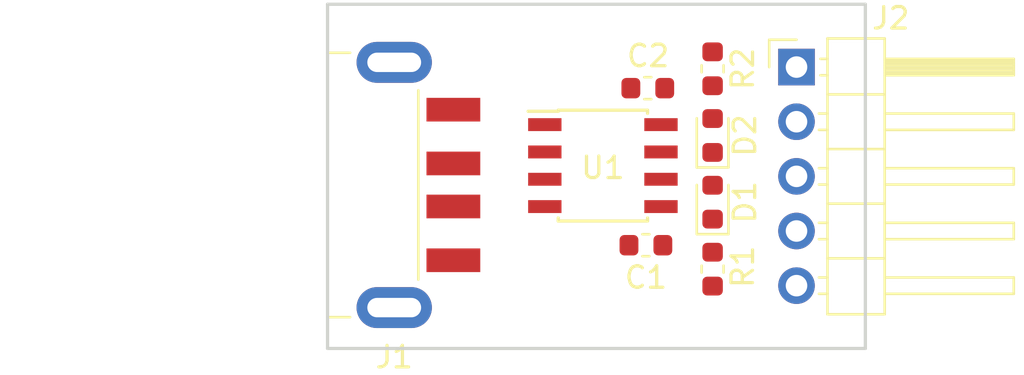
<source format=kicad_pcb>
(kicad_pcb (version 20171130) (host pcbnew 5.0.2+dfsg1-1)

  (general
    (thickness 1.6)
    (drawings 8)
    (tracks 0)
    (zones 0)
    (modules 9)
    (nets 11)
  )

  (page A4)
  (layers
    (0 F.Cu signal)
    (31 B.Cu signal)
    (32 B.Adhes user)
    (33 F.Adhes user)
    (34 B.Paste user)
    (35 F.Paste user)
    (36 B.SilkS user)
    (37 F.SilkS user)
    (38 B.Mask user)
    (39 F.Mask user)
    (40 Dwgs.User user)
    (41 Cmts.User user)
    (42 Eco1.User user)
    (43 Eco2.User user)
    (44 Edge.Cuts user)
    (45 Margin user)
    (46 B.CrtYd user)
    (47 F.CrtYd user)
    (48 B.Fab user hide)
    (49 F.Fab user hide)
  )

  (setup
    (last_trace_width 0.25)
    (trace_clearance 0.2)
    (zone_clearance 0.508)
    (zone_45_only no)
    (trace_min 0.2)
    (segment_width 0.2)
    (edge_width 0.15)
    (via_size 0.7)
    (via_drill 0.4)
    (via_min_size 0.4)
    (via_min_drill 0.3)
    (uvia_size 0.3)
    (uvia_drill 0.1)
    (uvias_allowed no)
    (uvia_min_size 0.2)
    (uvia_min_drill 0.1)
    (pcb_text_width 0.3)
    (pcb_text_size 1.5 1.5)
    (mod_edge_width 0.15)
    (mod_text_size 1 1)
    (mod_text_width 0.15)
    (pad_size 1.524 1.524)
    (pad_drill 0.762)
    (pad_to_mask_clearance 0.051)
    (solder_mask_min_width 0.25)
    (aux_axis_origin 0 0)
    (grid_origin 100 100)
    (visible_elements FFFFFF7F)
    (pcbplotparams
      (layerselection 0x010fc_ffffffff)
      (usegerberextensions false)
      (usegerberattributes false)
      (usegerberadvancedattributes false)
      (creategerberjobfile false)
      (excludeedgelayer true)
      (linewidth 0.100000)
      (plotframeref false)
      (viasonmask false)
      (mode 1)
      (useauxorigin false)
      (hpglpennumber 1)
      (hpglpenspeed 20)
      (hpglpendiameter 15.000000)
      (psnegative false)
      (psa4output false)
      (plotreference true)
      (plotvalue true)
      (plotinvisibletext false)
      (padsonsilk false)
      (subtractmaskfromsilk false)
      (outputformat 1)
      (mirror false)
      (drillshape 1)
      (scaleselection 1)
      (outputdirectory ""))
  )

  (net 0 "")
  (net 1 +5V)
  (net 2 "Net-(D1-Pad2)")
  (net 3 "Net-(D2-Pad2)")
  (net 4 /D+)
  (net 5 /D-)
  (net 6 GND)
  (net 7 /RTS)
  (net 8 /TXD)
  (net 9 /RXD)
  (net 10 "Net-(C2-Pad1)")

  (net_class Default "This is the default net class."
    (clearance 0.2)
    (trace_width 0.25)
    (via_dia 0.7)
    (via_drill 0.4)
    (uvia_dia 0.3)
    (uvia_drill 0.1)
    (diff_pair_gap 0.15)
    (diff_pair_width 0.28)
    (add_net +5V)
    (add_net /D+)
    (add_net /D-)
    (add_net /RTS)
    (add_net /RXD)
    (add_net /TXD)
    (add_net GND)
    (add_net "Net-(C2-Pad1)")
    (add_net "Net-(D1-Pad2)")
    (add_net "Net-(D2-Pad2)")
  )

  (module Capacitor_SMD:C_0603_1608Metric (layer F.Cu) (tedit 5B301BBE) (tstamp 5FEBDB19)
    (at 114.8875 87.9)
    (descr "Capacitor SMD 0603 (1608 Metric), square (rectangular) end terminal, IPC_7351 nominal, (Body size source: http://www.tortai-tech.com/upload/download/2011102023233369053.pdf), generated with kicad-footprint-generator")
    (tags capacitor)
    (path /5FDEC351)
    (attr smd)
    (fp_text reference C2 (at 0.0125 -1.5) (layer F.SilkS)
      (effects (font (size 1 1) (thickness 0.15)))
    )
    (fp_text value 104 (at 0 1.43) (layer F.Fab)
      (effects (font (size 1 1) (thickness 0.15)))
    )
    (fp_text user %R (at 0 0) (layer F.Fab)
      (effects (font (size 0.4 0.4) (thickness 0.06)))
    )
    (fp_line (start 1.48 0.73) (end -1.48 0.73) (layer F.CrtYd) (width 0.05))
    (fp_line (start 1.48 -0.73) (end 1.48 0.73) (layer F.CrtYd) (width 0.05))
    (fp_line (start -1.48 -0.73) (end 1.48 -0.73) (layer F.CrtYd) (width 0.05))
    (fp_line (start -1.48 0.73) (end -1.48 -0.73) (layer F.CrtYd) (width 0.05))
    (fp_line (start -0.162779 0.51) (end 0.162779 0.51) (layer F.SilkS) (width 0.12))
    (fp_line (start -0.162779 -0.51) (end 0.162779 -0.51) (layer F.SilkS) (width 0.12))
    (fp_line (start 0.8 0.4) (end -0.8 0.4) (layer F.Fab) (width 0.1))
    (fp_line (start 0.8 -0.4) (end 0.8 0.4) (layer F.Fab) (width 0.1))
    (fp_line (start -0.8 -0.4) (end 0.8 -0.4) (layer F.Fab) (width 0.1))
    (fp_line (start -0.8 0.4) (end -0.8 -0.4) (layer F.Fab) (width 0.1))
    (pad 2 smd roundrect (at 0.7875 0) (size 0.875 0.95) (layers F.Cu F.Paste F.Mask) (roundrect_rratio 0.25)
      (net 6 GND))
    (pad 1 smd roundrect (at -0.7875 0) (size 0.875 0.95) (layers F.Cu F.Paste F.Mask) (roundrect_rratio 0.25)
      (net 10 "Net-(C2-Pad1)"))
    (model ${KISYS3DMOD}/Capacitor_SMD.3dshapes/C_0603_1608Metric.wrl
      (at (xyz 0 0 0))
      (scale (xyz 1 1 1))
      (rotate (xyz 0 0 0))
    )
  )

  (module Capacitor_SMD:C_0603_1608Metric (layer F.Cu) (tedit 5B301BBE) (tstamp 5FEBDB08)
    (at 114.8 95.2)
    (descr "Capacitor SMD 0603 (1608 Metric), square (rectangular) end terminal, IPC_7351 nominal, (Body size source: http://www.tortai-tech.com/upload/download/2011102023233369053.pdf), generated with kicad-footprint-generator")
    (tags capacitor)
    (path /5FDEB32E)
    (attr smd)
    (fp_text reference C1 (at 0 1.5) (layer F.SilkS)
      (effects (font (size 1 1) (thickness 0.15)))
    )
    (fp_text value 104 (at 0 1.43) (layer F.Fab)
      (effects (font (size 1 1) (thickness 0.15)))
    )
    (fp_line (start -0.8 0.4) (end -0.8 -0.4) (layer F.Fab) (width 0.1))
    (fp_line (start -0.8 -0.4) (end 0.8 -0.4) (layer F.Fab) (width 0.1))
    (fp_line (start 0.8 -0.4) (end 0.8 0.4) (layer F.Fab) (width 0.1))
    (fp_line (start 0.8 0.4) (end -0.8 0.4) (layer F.Fab) (width 0.1))
    (fp_line (start -0.162779 -0.51) (end 0.162779 -0.51) (layer F.SilkS) (width 0.12))
    (fp_line (start -0.162779 0.51) (end 0.162779 0.51) (layer F.SilkS) (width 0.12))
    (fp_line (start -1.48 0.73) (end -1.48 -0.73) (layer F.CrtYd) (width 0.05))
    (fp_line (start -1.48 -0.73) (end 1.48 -0.73) (layer F.CrtYd) (width 0.05))
    (fp_line (start 1.48 -0.73) (end 1.48 0.73) (layer F.CrtYd) (width 0.05))
    (fp_line (start 1.48 0.73) (end -1.48 0.73) (layer F.CrtYd) (width 0.05))
    (fp_text user %R (at 0 0) (layer F.Fab)
      (effects (font (size 0.4 0.4) (thickness 0.06)))
    )
    (pad 1 smd roundrect (at -0.7875 0) (size 0.875 0.95) (layers F.Cu F.Paste F.Mask) (roundrect_rratio 0.25)
      (net 1 +5V))
    (pad 2 smd roundrect (at 0.7875 0) (size 0.875 0.95) (layers F.Cu F.Paste F.Mask) (roundrect_rratio 0.25)
      (net 6 GND))
    (model ${KISYS3DMOD}/Capacitor_SMD.3dshapes/C_0603_1608Metric.wrl
      (at (xyz 0 0 0))
      (scale (xyz 1 1 1))
      (rotate (xyz 0 0 0))
    )
  )

  (module Connector_PinHeader_2.54mm:PinHeader_1x05_P2.54mm_Horizontal (layer F.Cu) (tedit 59FED5CB) (tstamp 5FE1FEA6)
    (at 121.8 86.92)
    (descr "Through hole angled pin header, 1x05, 2.54mm pitch, 6mm pin length, single row")
    (tags "Through hole angled pin header THT 1x05 2.54mm single row")
    (path /5FDFF779)
    (fp_text reference J2 (at 4.385 -2.27) (layer F.SilkS)
      (effects (font (size 1 1) (thickness 0.15)))
    )
    (fp_text value Conn_01x05 (at 4.385 12.43) (layer F.Fab)
      (effects (font (size 1 1) (thickness 0.15)))
    )
    (fp_line (start 2.135 -1.27) (end 4.04 -1.27) (layer F.Fab) (width 0.1))
    (fp_line (start 4.04 -1.27) (end 4.04 11.43) (layer F.Fab) (width 0.1))
    (fp_line (start 4.04 11.43) (end 1.5 11.43) (layer F.Fab) (width 0.1))
    (fp_line (start 1.5 11.43) (end 1.5 -0.635) (layer F.Fab) (width 0.1))
    (fp_line (start 1.5 -0.635) (end 2.135 -1.27) (layer F.Fab) (width 0.1))
    (fp_line (start -0.32 -0.32) (end 1.5 -0.32) (layer F.Fab) (width 0.1))
    (fp_line (start -0.32 -0.32) (end -0.32 0.32) (layer F.Fab) (width 0.1))
    (fp_line (start -0.32 0.32) (end 1.5 0.32) (layer F.Fab) (width 0.1))
    (fp_line (start 4.04 -0.32) (end 10.04 -0.32) (layer F.Fab) (width 0.1))
    (fp_line (start 10.04 -0.32) (end 10.04 0.32) (layer F.Fab) (width 0.1))
    (fp_line (start 4.04 0.32) (end 10.04 0.32) (layer F.Fab) (width 0.1))
    (fp_line (start -0.32 2.22) (end 1.5 2.22) (layer F.Fab) (width 0.1))
    (fp_line (start -0.32 2.22) (end -0.32 2.86) (layer F.Fab) (width 0.1))
    (fp_line (start -0.32 2.86) (end 1.5 2.86) (layer F.Fab) (width 0.1))
    (fp_line (start 4.04 2.22) (end 10.04 2.22) (layer F.Fab) (width 0.1))
    (fp_line (start 10.04 2.22) (end 10.04 2.86) (layer F.Fab) (width 0.1))
    (fp_line (start 4.04 2.86) (end 10.04 2.86) (layer F.Fab) (width 0.1))
    (fp_line (start -0.32 4.76) (end 1.5 4.76) (layer F.Fab) (width 0.1))
    (fp_line (start -0.32 4.76) (end -0.32 5.4) (layer F.Fab) (width 0.1))
    (fp_line (start -0.32 5.4) (end 1.5 5.4) (layer F.Fab) (width 0.1))
    (fp_line (start 4.04 4.76) (end 10.04 4.76) (layer F.Fab) (width 0.1))
    (fp_line (start 10.04 4.76) (end 10.04 5.4) (layer F.Fab) (width 0.1))
    (fp_line (start 4.04 5.4) (end 10.04 5.4) (layer F.Fab) (width 0.1))
    (fp_line (start -0.32 7.3) (end 1.5 7.3) (layer F.Fab) (width 0.1))
    (fp_line (start -0.32 7.3) (end -0.32 7.94) (layer F.Fab) (width 0.1))
    (fp_line (start -0.32 7.94) (end 1.5 7.94) (layer F.Fab) (width 0.1))
    (fp_line (start 4.04 7.3) (end 10.04 7.3) (layer F.Fab) (width 0.1))
    (fp_line (start 10.04 7.3) (end 10.04 7.94) (layer F.Fab) (width 0.1))
    (fp_line (start 4.04 7.94) (end 10.04 7.94) (layer F.Fab) (width 0.1))
    (fp_line (start -0.32 9.84) (end 1.5 9.84) (layer F.Fab) (width 0.1))
    (fp_line (start -0.32 9.84) (end -0.32 10.48) (layer F.Fab) (width 0.1))
    (fp_line (start -0.32 10.48) (end 1.5 10.48) (layer F.Fab) (width 0.1))
    (fp_line (start 4.04 9.84) (end 10.04 9.84) (layer F.Fab) (width 0.1))
    (fp_line (start 10.04 9.84) (end 10.04 10.48) (layer F.Fab) (width 0.1))
    (fp_line (start 4.04 10.48) (end 10.04 10.48) (layer F.Fab) (width 0.1))
    (fp_line (start 1.44 -1.33) (end 1.44 11.49) (layer F.SilkS) (width 0.12))
    (fp_line (start 1.44 11.49) (end 4.1 11.49) (layer F.SilkS) (width 0.12))
    (fp_line (start 4.1 11.49) (end 4.1 -1.33) (layer F.SilkS) (width 0.12))
    (fp_line (start 4.1 -1.33) (end 1.44 -1.33) (layer F.SilkS) (width 0.12))
    (fp_line (start 4.1 -0.38) (end 10.1 -0.38) (layer F.SilkS) (width 0.12))
    (fp_line (start 10.1 -0.38) (end 10.1 0.38) (layer F.SilkS) (width 0.12))
    (fp_line (start 10.1 0.38) (end 4.1 0.38) (layer F.SilkS) (width 0.12))
    (fp_line (start 4.1 -0.32) (end 10.1 -0.32) (layer F.SilkS) (width 0.12))
    (fp_line (start 4.1 -0.2) (end 10.1 -0.2) (layer F.SilkS) (width 0.12))
    (fp_line (start 4.1 -0.08) (end 10.1 -0.08) (layer F.SilkS) (width 0.12))
    (fp_line (start 4.1 0.04) (end 10.1 0.04) (layer F.SilkS) (width 0.12))
    (fp_line (start 4.1 0.16) (end 10.1 0.16) (layer F.SilkS) (width 0.12))
    (fp_line (start 4.1 0.28) (end 10.1 0.28) (layer F.SilkS) (width 0.12))
    (fp_line (start 1.11 -0.38) (end 1.44 -0.38) (layer F.SilkS) (width 0.12))
    (fp_line (start 1.11 0.38) (end 1.44 0.38) (layer F.SilkS) (width 0.12))
    (fp_line (start 1.44 1.27) (end 4.1 1.27) (layer F.SilkS) (width 0.12))
    (fp_line (start 4.1 2.16) (end 10.1 2.16) (layer F.SilkS) (width 0.12))
    (fp_line (start 10.1 2.16) (end 10.1 2.92) (layer F.SilkS) (width 0.12))
    (fp_line (start 10.1 2.92) (end 4.1 2.92) (layer F.SilkS) (width 0.12))
    (fp_line (start 1.042929 2.16) (end 1.44 2.16) (layer F.SilkS) (width 0.12))
    (fp_line (start 1.042929 2.92) (end 1.44 2.92) (layer F.SilkS) (width 0.12))
    (fp_line (start 1.44 3.81) (end 4.1 3.81) (layer F.SilkS) (width 0.12))
    (fp_line (start 4.1 4.7) (end 10.1 4.7) (layer F.SilkS) (width 0.12))
    (fp_line (start 10.1 4.7) (end 10.1 5.46) (layer F.SilkS) (width 0.12))
    (fp_line (start 10.1 5.46) (end 4.1 5.46) (layer F.SilkS) (width 0.12))
    (fp_line (start 1.042929 4.7) (end 1.44 4.7) (layer F.SilkS) (width 0.12))
    (fp_line (start 1.042929 5.46) (end 1.44 5.46) (layer F.SilkS) (width 0.12))
    (fp_line (start 1.44 6.35) (end 4.1 6.35) (layer F.SilkS) (width 0.12))
    (fp_line (start 4.1 7.24) (end 10.1 7.24) (layer F.SilkS) (width 0.12))
    (fp_line (start 10.1 7.24) (end 10.1 8) (layer F.SilkS) (width 0.12))
    (fp_line (start 10.1 8) (end 4.1 8) (layer F.SilkS) (width 0.12))
    (fp_line (start 1.042929 7.24) (end 1.44 7.24) (layer F.SilkS) (width 0.12))
    (fp_line (start 1.042929 8) (end 1.44 8) (layer F.SilkS) (width 0.12))
    (fp_line (start 1.44 8.89) (end 4.1 8.89) (layer F.SilkS) (width 0.12))
    (fp_line (start 4.1 9.78) (end 10.1 9.78) (layer F.SilkS) (width 0.12))
    (fp_line (start 10.1 9.78) (end 10.1 10.54) (layer F.SilkS) (width 0.12))
    (fp_line (start 10.1 10.54) (end 4.1 10.54) (layer F.SilkS) (width 0.12))
    (fp_line (start 1.042929 9.78) (end 1.44 9.78) (layer F.SilkS) (width 0.12))
    (fp_line (start 1.042929 10.54) (end 1.44 10.54) (layer F.SilkS) (width 0.12))
    (fp_line (start -1.27 0) (end -1.27 -1.27) (layer F.SilkS) (width 0.12))
    (fp_line (start -1.27 -1.27) (end 0 -1.27) (layer F.SilkS) (width 0.12))
    (fp_line (start -1.8 -1.8) (end -1.8 11.95) (layer F.CrtYd) (width 0.05))
    (fp_line (start -1.8 11.95) (end 10.55 11.95) (layer F.CrtYd) (width 0.05))
    (fp_line (start 10.55 11.95) (end 10.55 -1.8) (layer F.CrtYd) (width 0.05))
    (fp_line (start 10.55 -1.8) (end -1.8 -1.8) (layer F.CrtYd) (width 0.05))
    (fp_text user %R (at 2.77 5.08 90) (layer F.Fab)
      (effects (font (size 1 1) (thickness 0.15)))
    )
    (pad 1 thru_hole rect (at 0 0) (size 1.7 1.7) (drill 1) (layers *.Cu *.Mask)
      (net 1 +5V))
    (pad 2 thru_hole oval (at 0 2.54) (size 1.7 1.7) (drill 1) (layers *.Cu *.Mask)
      (net 8 /TXD))
    (pad 3 thru_hole oval (at 0 5.08) (size 1.7 1.7) (drill 1) (layers *.Cu *.Mask)
      (net 9 /RXD))
    (pad 4 thru_hole oval (at 0 7.62) (size 1.7 1.7) (drill 1) (layers *.Cu *.Mask)
      (net 6 GND))
    (pad 5 thru_hole oval (at 0 10.16) (size 1.7 1.7) (drill 1) (layers *.Cu *.Mask)
      (net 7 /RTS))
    (model ${KISYS3DMOD}/Connector_PinHeader_2.54mm.3dshapes/PinHeader_1x05_P2.54mm_Horizontal.wrl
      (at (xyz 0 0 0))
      (scale (xyz 1 1 1))
      (rotate (xyz 0 0 0))
    )
  )

  (module Connector_USB:USB_A_CNCTech_1001-011-01101_Horizontal (layer F.Cu) (tedit 5AFEF547) (tstamp 5FEBDA9D)
    (at 96.2 92.4 180)
    (descr http://cnctech.us/pdfs/1001-011-01101.pdf)
    (tags USB-A)
    (path /5FDEB278)
    (attr smd)
    (fp_text reference J1 (at -6.9 -8 180) (layer F.SilkS)
      (effects (font (size 1 1) (thickness 0.15)))
    )
    (fp_text value USB_A (at 0 8) (layer F.Fab)
      (effects (font (size 1 1) (thickness 0.15)))
    )
    (fp_line (start -7.9 6.025) (end -7.9 -6.025) (layer F.Fab) (width 0.1))
    (fp_line (start -7.9 -6.025) (end 10.9 -6.025) (layer F.Fab) (width 0.1))
    (fp_line (start -7.9 6.025) (end 10.9 6.025) (layer F.Fab) (width 0.1))
    (fp_line (start 10.9 6.025) (end 10.9 -6.025) (layer F.Fab) (width 0.1))
    (fp_line (start -10.4 3.75) (end -10.4 3.25) (layer F.Fab) (width 0.1))
    (fp_line (start -10.4 3.25) (end -7.9 3.25) (layer F.Fab) (width 0.1))
    (fp_line (start -10.4 3.75) (end -7.9 3.75) (layer F.Fab) (width 0.1))
    (fp_line (start -10.4 0.75) (end -7.9 0.75) (layer F.Fab) (width 0.1))
    (fp_line (start -10.4 1.25) (end -10.4 0.75) (layer F.Fab) (width 0.1))
    (fp_line (start -10.4 1.25) (end -7.9 1.25) (layer F.Fab) (width 0.1))
    (fp_line (start -10.4 -0.75) (end -10.4 -1.25) (layer F.Fab) (width 0.1))
    (fp_line (start -10.4 -0.75) (end -7.9 -0.75) (layer F.Fab) (width 0.1))
    (fp_line (start -10.4 -1.25) (end -7.9 -1.25) (layer F.Fab) (width 0.1))
    (fp_line (start -10.4 -3.75) (end -7.9 -3.75) (layer F.Fab) (width 0.1))
    (fp_line (start -10.4 -3.25) (end -10.4 -3.75) (layer F.Fab) (width 0.1))
    (fp_line (start -10.4 -3.25) (end -7.9 -3.25) (layer F.Fab) (width 0.1))
    (fp_circle (center -6.9 -2.3) (end -6.9 -2.8) (layer F.Fab) (width 0.1))
    (fp_circle (center -6.9 2.3) (end -6.9 2.8) (layer F.Fab) (width 0.1))
    (fp_line (start -8.02 -4.4) (end -8.02 4.4) (layer F.SilkS) (width 0.12))
    (fp_line (start -3.8 6.025) (end -3.8 -6.025) (layer Dwgs.User) (width 0.1))
    (fp_text user "PCB Edge" (at -4.55 -0.05 270) (layer Dwgs.User)
      (effects (font (size 0.6 0.6) (thickness 0.09)))
    )
    (fp_line (start -4.85 -6.145) (end -3.8 -6.145) (layer F.SilkS) (width 0.12))
    (fp_line (start -4.85 6.145) (end -3.8 6.145) (layer F.SilkS) (width 0.12))
    (fp_line (start -11.4 4.55) (end -11.4 -4.55) (layer F.CrtYd) (width 0.05))
    (fp_line (start -11.4 -4.55) (end -9.15 -4.55) (layer F.CrtYd) (width 0.05))
    (fp_line (start -9.15 -7.15) (end -9.15 -4.55) (layer F.CrtYd) (width 0.05))
    (fp_line (start -9.15 -7.15) (end -4.65 -7.15) (layer F.CrtYd) (width 0.05))
    (fp_line (start -4.65 -6.52) (end -4.65 -7.15) (layer F.CrtYd) (width 0.05))
    (fp_line (start -4.65 -6.52) (end 11.4 -6.52) (layer F.CrtYd) (width 0.05))
    (fp_line (start 11.4 6.52) (end 11.4 -6.52) (layer F.CrtYd) (width 0.05))
    (fp_text user %R (at -6 0 270) (layer F.Fab)
      (effects (font (size 1 1) (thickness 0.15)))
    )
    (fp_line (start -4.65 6.52) (end 11.4 6.52) (layer F.CrtYd) (width 0.05))
    (fp_line (start -4.65 7.15) (end -4.65 6.52) (layer F.CrtYd) (width 0.05))
    (fp_line (start -9.15 7.15) (end -4.65 7.15) (layer F.CrtYd) (width 0.05))
    (fp_line (start -9.15 4.55) (end -9.15 7.15) (layer F.CrtYd) (width 0.05))
    (fp_line (start -11.4 4.55) (end -9.15 4.55) (layer F.CrtYd) (width 0.05))
    (pad 2 smd rect (at -9.65 -1 180) (size 2.5 1.1) (layers F.Cu F.Paste F.Mask)
      (net 5 /D-))
    (pad 3 smd rect (at -9.65 1 180) (size 2.5 1.1) (layers F.Cu F.Paste F.Mask)
      (net 4 /D+))
    (pad 1 smd rect (at -9.65 -3.5 180) (size 2.5 1.1) (layers F.Cu F.Paste F.Mask)
      (net 1 +5V))
    (pad 4 smd rect (at -9.65 3.5 180) (size 2.5 1.1) (layers F.Cu F.Paste F.Mask)
      (net 6 GND))
    (pad 5 thru_hole oval (at -6.9 -5.7 180) (size 3.5 1.9) (drill oval 2.5 0.9) (layers *.Cu *.Mask)
      (net 6 GND))
    (pad 5 thru_hole oval (at -6.9 5.7 180) (size 3.5 1.9) (drill oval 2.5 0.9) (layers *.Cu *.Mask)
      (net 6 GND))
    (pad "" np_thru_hole circle (at -6.9 -2.3 180) (size 1.1 1.1) (drill 1.1) (layers *.Cu *.Mask))
    (pad "" np_thru_hole circle (at -6.9 2.3 180) (size 1.1 1.1) (drill 1.1) (layers *.Cu *.Mask))
    (model ${KISYS3DMOD}/Connector_USB.3dshapes/USB_A_CNCTech_1001-011-01101_Horizontal.wrl
      (at (xyz 0 0 0))
      (scale (xyz 1 1 1))
      (rotate (xyz 0 0 0))
    )
  )

  (module LED_SMD:LED_0603_1608Metric (layer F.Cu) (tedit 5B301BBE) (tstamp 5FEBDA6D)
    (at 117.9 90.1 90)
    (descr "LED SMD 0603 (1608 Metric), square (rectangular) end terminal, IPC_7351 nominal, (Body size source: http://www.tortai-tech.com/upload/download/2011102023233369053.pdf), generated with kicad-footprint-generator")
    (tags diode)
    (path /5FDFC780)
    (attr smd)
    (fp_text reference D2 (at 0 1.5 90) (layer F.SilkS)
      (effects (font (size 1 1) (thickness 0.15)))
    )
    (fp_text value LED (at 0 1.43 90) (layer F.Fab)
      (effects (font (size 1 1) (thickness 0.15)))
    )
    (fp_text user %R (at 0 0 90) (layer F.Fab)
      (effects (font (size 0.4 0.4) (thickness 0.06)))
    )
    (fp_line (start 1.48 0.73) (end -1.48 0.73) (layer F.CrtYd) (width 0.05))
    (fp_line (start 1.48 -0.73) (end 1.48 0.73) (layer F.CrtYd) (width 0.05))
    (fp_line (start -1.48 -0.73) (end 1.48 -0.73) (layer F.CrtYd) (width 0.05))
    (fp_line (start -1.48 0.73) (end -1.48 -0.73) (layer F.CrtYd) (width 0.05))
    (fp_line (start -1.485 0.735) (end 0.8 0.735) (layer F.SilkS) (width 0.12))
    (fp_line (start -1.485 -0.735) (end -1.485 0.735) (layer F.SilkS) (width 0.12))
    (fp_line (start 0.8 -0.735) (end -1.485 -0.735) (layer F.SilkS) (width 0.12))
    (fp_line (start 0.8 0.4) (end 0.8 -0.4) (layer F.Fab) (width 0.1))
    (fp_line (start -0.8 0.4) (end 0.8 0.4) (layer F.Fab) (width 0.1))
    (fp_line (start -0.8 -0.1) (end -0.8 0.4) (layer F.Fab) (width 0.1))
    (fp_line (start -0.5 -0.4) (end -0.8 -0.1) (layer F.Fab) (width 0.1))
    (fp_line (start 0.8 -0.4) (end -0.5 -0.4) (layer F.Fab) (width 0.1))
    (pad 2 smd roundrect (at 0.7875 0 90) (size 0.875 0.95) (layers F.Cu F.Paste F.Mask) (roundrect_rratio 0.25)
      (net 3 "Net-(D2-Pad2)"))
    (pad 1 smd roundrect (at -0.7875 0 90) (size 0.875 0.95) (layers F.Cu F.Paste F.Mask) (roundrect_rratio 0.25)
      (net 9 /RXD))
    (model ${KISYS3DMOD}/LED_SMD.3dshapes/LED_0603_1608Metric.wrl
      (at (xyz 0 0 0))
      (scale (xyz 1 1 1))
      (rotate (xyz 0 0 0))
    )
  )

  (module LED_SMD:LED_0603_1608Metric (layer F.Cu) (tedit 5B301BBE) (tstamp 5FEBDA5A)
    (at 117.9 93.2 90)
    (descr "LED SMD 0603 (1608 Metric), square (rectangular) end terminal, IPC_7351 nominal, (Body size source: http://www.tortai-tech.com/upload/download/2011102023233369053.pdf), generated with kicad-footprint-generator")
    (tags diode)
    (path /5FDF5009)
    (attr smd)
    (fp_text reference D1 (at 0 1.5 90) (layer F.SilkS)
      (effects (font (size 1 1) (thickness 0.15)))
    )
    (fp_text value LED (at 0 1.43 90) (layer F.Fab)
      (effects (font (size 1 1) (thickness 0.15)))
    )
    (fp_line (start 0.8 -0.4) (end -0.5 -0.4) (layer F.Fab) (width 0.1))
    (fp_line (start -0.5 -0.4) (end -0.8 -0.1) (layer F.Fab) (width 0.1))
    (fp_line (start -0.8 -0.1) (end -0.8 0.4) (layer F.Fab) (width 0.1))
    (fp_line (start -0.8 0.4) (end 0.8 0.4) (layer F.Fab) (width 0.1))
    (fp_line (start 0.8 0.4) (end 0.8 -0.4) (layer F.Fab) (width 0.1))
    (fp_line (start 0.8 -0.735) (end -1.485 -0.735) (layer F.SilkS) (width 0.12))
    (fp_line (start -1.485 -0.735) (end -1.485 0.735) (layer F.SilkS) (width 0.12))
    (fp_line (start -1.485 0.735) (end 0.8 0.735) (layer F.SilkS) (width 0.12))
    (fp_line (start -1.48 0.73) (end -1.48 -0.73) (layer F.CrtYd) (width 0.05))
    (fp_line (start -1.48 -0.73) (end 1.48 -0.73) (layer F.CrtYd) (width 0.05))
    (fp_line (start 1.48 -0.73) (end 1.48 0.73) (layer F.CrtYd) (width 0.05))
    (fp_line (start 1.48 0.73) (end -1.48 0.73) (layer F.CrtYd) (width 0.05))
    (fp_text user %R (at 0 0 90) (layer F.Fab)
      (effects (font (size 0.4 0.4) (thickness 0.06)))
    )
    (pad 1 smd roundrect (at -0.7875 0 90) (size 0.875 0.95) (layers F.Cu F.Paste F.Mask) (roundrect_rratio 0.25)
      (net 8 /TXD))
    (pad 2 smd roundrect (at 0.7875 0 90) (size 0.875 0.95) (layers F.Cu F.Paste F.Mask) (roundrect_rratio 0.25)
      (net 2 "Net-(D1-Pad2)"))
    (model ${KISYS3DMOD}/LED_SMD.3dshapes/LED_0603_1608Metric.wrl
      (at (xyz 0 0 0))
      (scale (xyz 1 1 1))
      (rotate (xyz 0 0 0))
    )
  )

  (module Package_SO:SOIC-8_3.9x4.9mm_P1.27mm (layer F.Cu) (tedit 5A02F2D3) (tstamp 5FE20B97)
    (at 112.8 91.5)
    (descr "8-Lead Plastic Small Outline (SN) - Narrow, 3.90 mm Body [SOIC] (see Microchip Packaging Specification http://ww1.microchip.com/downloads/en/PackagingSpec/00000049BQ.pdf)")
    (tags "SOIC 1.27")
    (path /5FDEC470)
    (attr smd)
    (fp_text reference U1 (at 0 0.1) (layer F.SilkS)
      (effects (font (size 1 1) (thickness 0.15)))
    )
    (fp_text value CH330N (at 0 3.5) (layer F.Fab)
      (effects (font (size 1 1) (thickness 0.15)))
    )
    (fp_text user %R (at 0 0) (layer F.Fab)
      (effects (font (size 1 1) (thickness 0.15)))
    )
    (fp_line (start -0.95 -2.45) (end 1.95 -2.45) (layer F.Fab) (width 0.1))
    (fp_line (start 1.95 -2.45) (end 1.95 2.45) (layer F.Fab) (width 0.1))
    (fp_line (start 1.95 2.45) (end -1.95 2.45) (layer F.Fab) (width 0.1))
    (fp_line (start -1.95 2.45) (end -1.95 -1.45) (layer F.Fab) (width 0.1))
    (fp_line (start -1.95 -1.45) (end -0.95 -2.45) (layer F.Fab) (width 0.1))
    (fp_line (start -3.73 -2.7) (end -3.73 2.7) (layer F.CrtYd) (width 0.05))
    (fp_line (start 3.73 -2.7) (end 3.73 2.7) (layer F.CrtYd) (width 0.05))
    (fp_line (start -3.73 -2.7) (end 3.73 -2.7) (layer F.CrtYd) (width 0.05))
    (fp_line (start -3.73 2.7) (end 3.73 2.7) (layer F.CrtYd) (width 0.05))
    (fp_line (start -2.075 -2.575) (end -2.075 -2.525) (layer F.SilkS) (width 0.15))
    (fp_line (start 2.075 -2.575) (end 2.075 -2.43) (layer F.SilkS) (width 0.15))
    (fp_line (start 2.075 2.575) (end 2.075 2.43) (layer F.SilkS) (width 0.15))
    (fp_line (start -2.075 2.575) (end -2.075 2.43) (layer F.SilkS) (width 0.15))
    (fp_line (start -2.075 -2.575) (end 2.075 -2.575) (layer F.SilkS) (width 0.15))
    (fp_line (start -2.075 2.575) (end 2.075 2.575) (layer F.SilkS) (width 0.15))
    (fp_line (start -2.075 -2.525) (end -3.475 -2.525) (layer F.SilkS) (width 0.15))
    (pad 1 smd rect (at -2.7 -1.905) (size 1.55 0.6) (layers F.Cu F.Paste F.Mask)
      (net 4 /D+))
    (pad 2 smd rect (at -2.7 -0.635) (size 1.55 0.6) (layers F.Cu F.Paste F.Mask)
      (net 5 /D-))
    (pad 3 smd rect (at -2.7 0.635) (size 1.55 0.6) (layers F.Cu F.Paste F.Mask)
      (net 6 GND))
    (pad 4 smd rect (at -2.7 1.905) (size 1.55 0.6) (layers F.Cu F.Paste F.Mask)
      (net 7 /RTS))
    (pad 5 smd rect (at 2.7 1.905) (size 1.55 0.6) (layers F.Cu F.Paste F.Mask)
      (net 1 +5V))
    (pad 6 smd rect (at 2.7 0.635) (size 1.55 0.6) (layers F.Cu F.Paste F.Mask)
      (net 8 /TXD))
    (pad 7 smd rect (at 2.7 -0.635) (size 1.55 0.6) (layers F.Cu F.Paste F.Mask)
      (net 9 /RXD))
    (pad 8 smd rect (at 2.7 -1.905) (size 1.55 0.6) (layers F.Cu F.Paste F.Mask)
      (net 10 "Net-(C2-Pad1)"))
    (model ${KISYS3DMOD}/Package_SO.3dshapes/SOIC-8_3.9x4.9mm_P1.27mm.wrl
      (at (xyz 0 0 0))
      (scale (xyz 1 1 1))
      (rotate (xyz 0 0 0))
    )
  )

  (module Resistor_SMD:R_0603_1608Metric (layer F.Cu) (tedit 5B301BBD) (tstamp 5FEBDA2A)
    (at 117.9 87 90)
    (descr "Resistor SMD 0603 (1608 Metric), square (rectangular) end terminal, IPC_7351 nominal, (Body size source: http://www.tortai-tech.com/upload/download/2011102023233369053.pdf), generated with kicad-footprint-generator")
    (tags resistor)
    (path /5FDFC77A)
    (attr smd)
    (fp_text reference R2 (at 0 1.4 90) (layer F.SilkS)
      (effects (font (size 1 1) (thickness 0.15)))
    )
    (fp_text value 4.7k (at 0 1.43 90) (layer F.Fab)
      (effects (font (size 1 1) (thickness 0.15)))
    )
    (fp_text user %R (at 0 0 90) (layer F.Fab)
      (effects (font (size 0.4 0.4) (thickness 0.06)))
    )
    (fp_line (start 1.48 0.73) (end -1.48 0.73) (layer F.CrtYd) (width 0.05))
    (fp_line (start 1.48 -0.73) (end 1.48 0.73) (layer F.CrtYd) (width 0.05))
    (fp_line (start -1.48 -0.73) (end 1.48 -0.73) (layer F.CrtYd) (width 0.05))
    (fp_line (start -1.48 0.73) (end -1.48 -0.73) (layer F.CrtYd) (width 0.05))
    (fp_line (start -0.162779 0.51) (end 0.162779 0.51) (layer F.SilkS) (width 0.12))
    (fp_line (start -0.162779 -0.51) (end 0.162779 -0.51) (layer F.SilkS) (width 0.12))
    (fp_line (start 0.8 0.4) (end -0.8 0.4) (layer F.Fab) (width 0.1))
    (fp_line (start 0.8 -0.4) (end 0.8 0.4) (layer F.Fab) (width 0.1))
    (fp_line (start -0.8 -0.4) (end 0.8 -0.4) (layer F.Fab) (width 0.1))
    (fp_line (start -0.8 0.4) (end -0.8 -0.4) (layer F.Fab) (width 0.1))
    (pad 2 smd roundrect (at 0.7875 0 90) (size 0.875 0.95) (layers F.Cu F.Paste F.Mask) (roundrect_rratio 0.25)
      (net 3 "Net-(D2-Pad2)"))
    (pad 1 smd roundrect (at -0.7875 0 90) (size 0.875 0.95) (layers F.Cu F.Paste F.Mask) (roundrect_rratio 0.25)
      (net 1 +5V))
    (model ${KISYS3DMOD}/Resistor_SMD.3dshapes/R_0603_1608Metric.wrl
      (at (xyz 0 0 0))
      (scale (xyz 1 1 1))
      (rotate (xyz 0 0 0))
    )
  )

  (module Resistor_SMD:R_0603_1608Metric (layer F.Cu) (tedit 5B301BBD) (tstamp 5FEBDA19)
    (at 117.9 96.3125 90)
    (descr "Resistor SMD 0603 (1608 Metric), square (rectangular) end terminal, IPC_7351 nominal, (Body size source: http://www.tortai-tech.com/upload/download/2011102023233369053.pdf), generated with kicad-footprint-generator")
    (tags resistor)
    (path /5FDEC3B1)
    (attr smd)
    (fp_text reference R1 (at 0.1125 1.4 90) (layer F.SilkS)
      (effects (font (size 1 1) (thickness 0.15)))
    )
    (fp_text value 4.7k (at 0 1.43 90) (layer F.Fab)
      (effects (font (size 1 1) (thickness 0.15)))
    )
    (fp_line (start -0.8 0.4) (end -0.8 -0.4) (layer F.Fab) (width 0.1))
    (fp_line (start -0.8 -0.4) (end 0.8 -0.4) (layer F.Fab) (width 0.1))
    (fp_line (start 0.8 -0.4) (end 0.8 0.4) (layer F.Fab) (width 0.1))
    (fp_line (start 0.8 0.4) (end -0.8 0.4) (layer F.Fab) (width 0.1))
    (fp_line (start -0.162779 -0.51) (end 0.162779 -0.51) (layer F.SilkS) (width 0.12))
    (fp_line (start -0.162779 0.51) (end 0.162779 0.51) (layer F.SilkS) (width 0.12))
    (fp_line (start -1.48 0.73) (end -1.48 -0.73) (layer F.CrtYd) (width 0.05))
    (fp_line (start -1.48 -0.73) (end 1.48 -0.73) (layer F.CrtYd) (width 0.05))
    (fp_line (start 1.48 -0.73) (end 1.48 0.73) (layer F.CrtYd) (width 0.05))
    (fp_line (start 1.48 0.73) (end -1.48 0.73) (layer F.CrtYd) (width 0.05))
    (fp_text user %R (at 0 0 90) (layer F.Fab)
      (effects (font (size 0.4 0.4) (thickness 0.06)))
    )
    (pad 1 smd roundrect (at -0.7875 0 90) (size 0.875 0.95) (layers F.Cu F.Paste F.Mask) (roundrect_rratio 0.25)
      (net 1 +5V))
    (pad 2 smd roundrect (at 0.7875 0 90) (size 0.875 0.95) (layers F.Cu F.Paste F.Mask) (roundrect_rratio 0.25)
      (net 2 "Net-(D1-Pad2)"))
    (model ${KISYS3DMOD}/Resistor_SMD.3dshapes/R_0603_1608Metric.wrl
      (at (xyz 0 0 0))
      (scale (xyz 1 1 1))
      (rotate (xyz 0 0 0))
    )
  )

  (gr_line (start 100.3 84.3) (end 100.3 99.7) (layer Margin) (width 0.2))
  (gr_line (start 124.7 84.3) (end 100.3 84.3) (layer Margin) (width 0.2))
  (gr_line (start 124.6 99.7) (end 124.7 84.3) (layer Margin) (width 0.2))
  (gr_line (start 100.3 99.7) (end 124.6 99.7) (layer Margin) (width 0.2))
  (gr_line (start 100 84) (end 100 100) (layer Edge.Cuts) (width 0.15))
  (gr_line (start 125 84) (end 100 84) (layer Edge.Cuts) (width 0.15))
  (gr_line (start 125 100) (end 125 84) (layer Edge.Cuts) (width 0.15))
  (gr_line (start 100 100) (end 125 100) (layer Edge.Cuts) (width 0.15))

)

</source>
